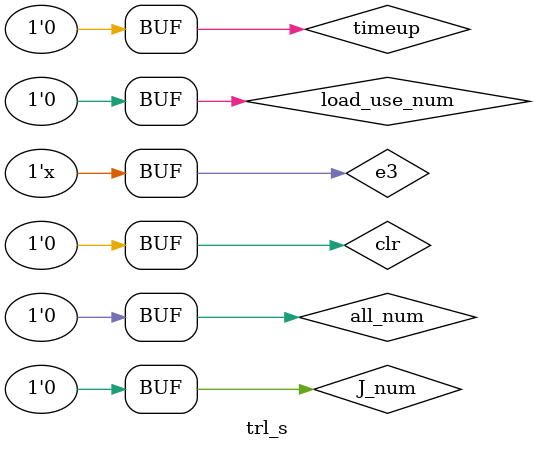
<source format=v>
`timescale 1ns / 1ps


module trl_s(
    );
    reg e3;
    reg clr;
    reg timeup,J_num,load_use_num,all_num;
    wire [31:0] dl;//digital_light 
    wire [7:0] Lc;
    wire [6:0] AtoP;
    main dut(e3,clr,timeup,J_num,load_use_num,all_num,Lc,AtoP);
    initial 
    begin 
    J_num = 0;
    load_use_num = 0;
    all_num = 0;
    e3 = 0;
    clr = 0;
    timeup = 0;
    #5000 timeup = 1;
    #2500 timeup = 0;
    #2500 clr = 1;
    #20000 clr = 0;
    end
    always 
    begin
        #1 e3 = ~e3;
    end

endmodule

</source>
